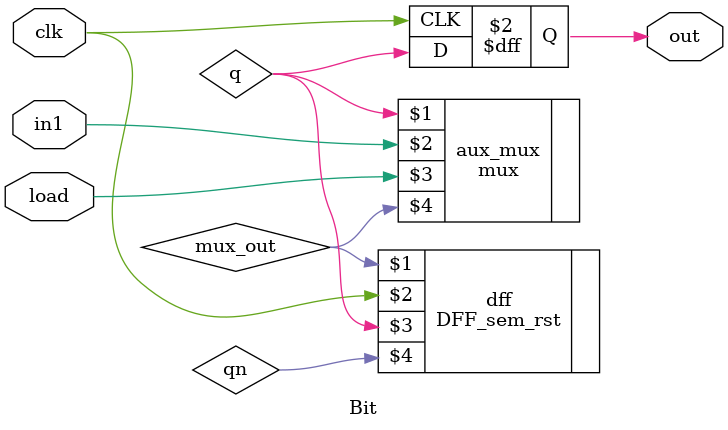
<source format=v>
`include "DFF_sem_rst.v"
`include "mux.v"

module Bit(input in1, input load, input clk, output reg out);

    wire q;
    wire qn;
    wire mux_out;

    // Instanciando o mux
    mux aux_mux(q, in1, load, mux_out);

    // Instanciando o flip-flop
    DFF_sem_rst dff(mux_out, clk, q, qn); 

    // Atualizando o valor de out
    always @ (posedge clk) begin
        out <= q;
    end

endmodule

</source>
